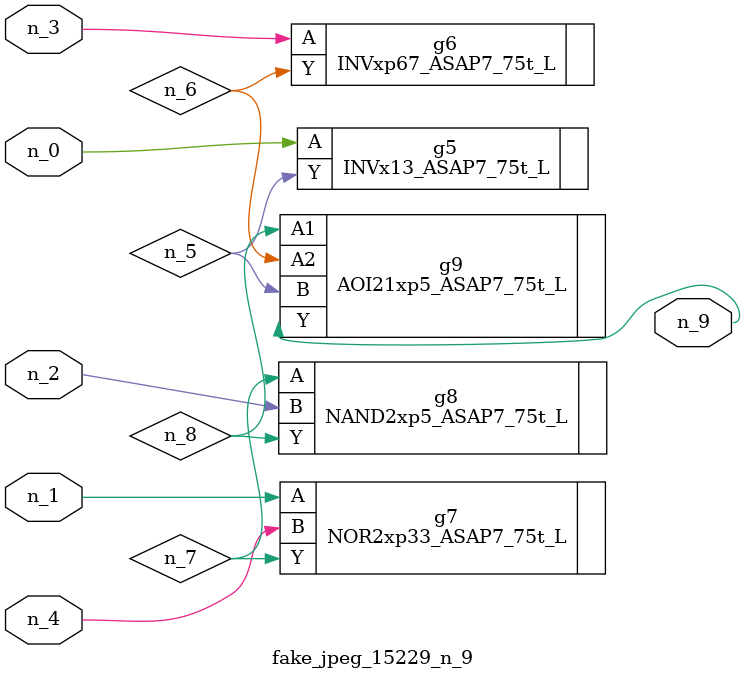
<source format=v>
module fake_jpeg_15229_n_9 (n_3, n_2, n_1, n_0, n_4, n_9);

input n_3;
input n_2;
input n_1;
input n_0;
input n_4;

output n_9;

wire n_8;
wire n_6;
wire n_5;
wire n_7;

INVx13_ASAP7_75t_L g5 ( 
.A(n_0),
.Y(n_5)
);

INVxp67_ASAP7_75t_L g6 ( 
.A(n_3),
.Y(n_6)
);

NOR2xp33_ASAP7_75t_L g7 ( 
.A(n_1),
.B(n_4),
.Y(n_7)
);

NAND2xp5_ASAP7_75t_L g8 ( 
.A(n_7),
.B(n_2),
.Y(n_8)
);

AOI21xp5_ASAP7_75t_L g9 ( 
.A1(n_8),
.A2(n_6),
.B(n_5),
.Y(n_9)
);


endmodule
</source>
